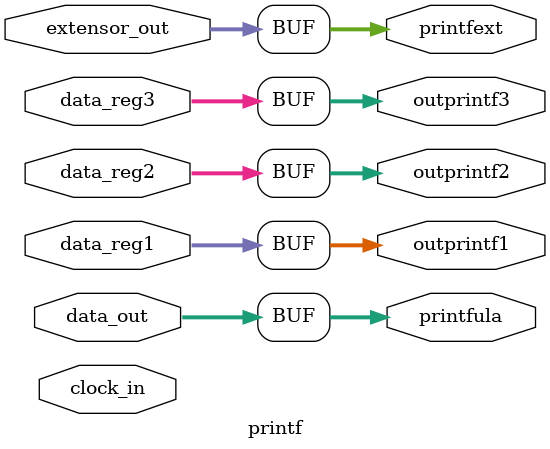
<source format=v>
module printf

(
	data_reg1,
	data_reg2,
	data_reg3,
	extensor_out,
	data_out,
	outprintf1,
	outprintf2,
	outprintf3,
	printfext,
	printfula,
	clock_in
);

input [31:0] data_reg1;
input [31:0] data_reg2;
input [31:0] data_reg3;
input [31:0] extensor_out;
input [31:0] data_out;
input clock_in;
output [31:0] outprintf1;
output [31:0] outprintf2;
output [31:0] outprintf3;
output [31:0] printfext;
output [31:0] printfula;

assign outprintf1 = data_reg1;
assign outprintf2 = data_reg2;
assign outprintf3 = data_reg3;
assign printfext = extensor_out;
assign printfula= data_out;

endmodule
</source>
